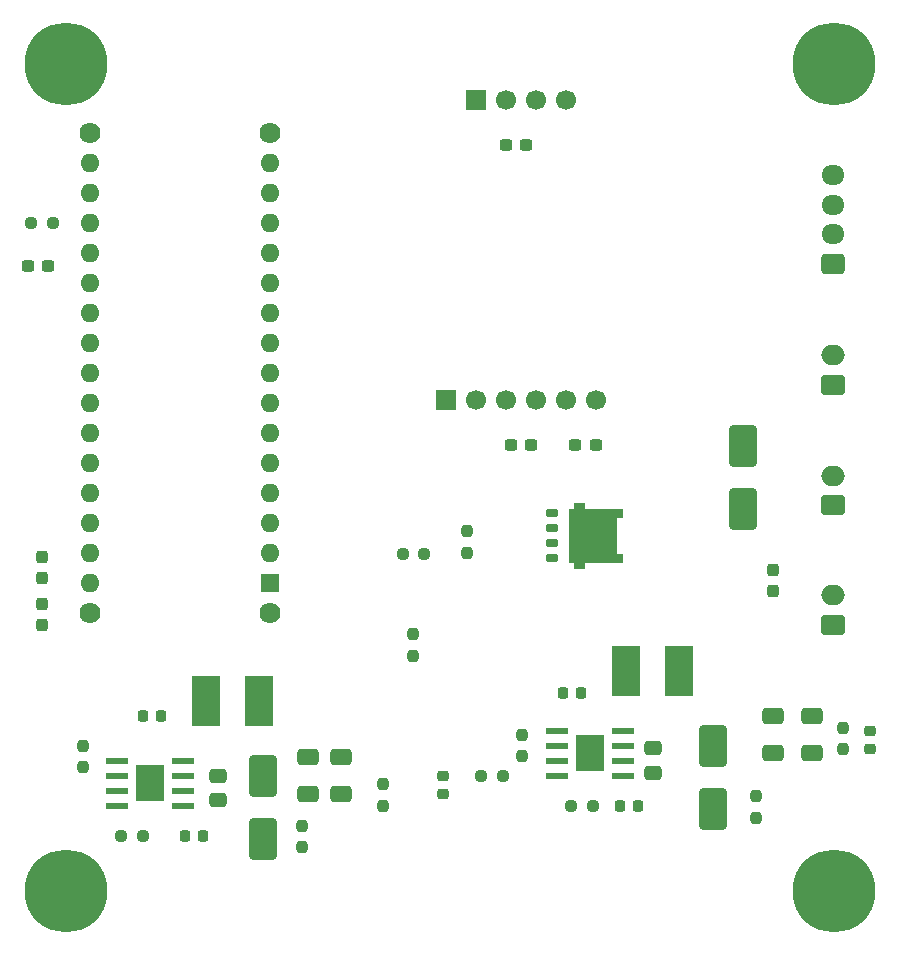
<source format=gbr>
%TF.GenerationSoftware,KiCad,Pcbnew,9.99.0-1132-g883a1f8d97*%
%TF.CreationDate,2025-07-04T12:47:25+02:00*%
%TF.ProjectId,BondheadSteering,426f6e64-6865-4616-9453-74656572696e,1*%
%TF.SameCoordinates,Original*%
%TF.FileFunction,Soldermask,Top*%
%TF.FilePolarity,Negative*%
%FSLAX46Y46*%
G04 Gerber Fmt 4.6, Leading zero omitted, Abs format (unit mm)*
G04 Created by KiCad (PCBNEW 9.99.0-1132-g883a1f8d97) date 2025-07-04 12:47:25*
%MOMM*%
%LPD*%
G01*
G04 APERTURE LIST*
G04 Aperture macros list*
%AMRoundRect*
0 Rectangle with rounded corners*
0 $1 Rounding radius*
0 $2 $3 $4 $5 $6 $7 $8 $9 X,Y pos of 4 corners*
0 Add a 4 corners polygon primitive as box body*
4,1,4,$2,$3,$4,$5,$6,$7,$8,$9,$2,$3,0*
0 Add four circle primitives for the rounded corners*
1,1,$1+$1,$2,$3*
1,1,$1+$1,$4,$5*
1,1,$1+$1,$6,$7*
1,1,$1+$1,$8,$9*
0 Add four rect primitives between the rounded corners*
20,1,$1+$1,$2,$3,$4,$5,0*
20,1,$1+$1,$4,$5,$6,$7,0*
20,1,$1+$1,$6,$7,$8,$9,0*
20,1,$1+$1,$8,$9,$2,$3,0*%
%AMFreePoly0*
4,1,18,-0.697500,2.280000,2.027500,2.280000,2.502500,2.280000,2.502500,1.530000,2.027500,1.530000,2.027500,-1.530000,2.502500,-1.530000,2.502500,-2.280000,-0.697500,-2.280000,-0.697500,-2.775000,-1.602500,-2.775000,-1.602500,-2.280000,-2.027500,-2.280000,-2.027500,2.280000,-1.602500,2.280000,-1.602500,2.775000,-0.697500,2.775000,-0.697500,2.280000,-0.697500,2.280000,$1*%
G04 Aperture macros list end*
%ADD10R,2.400000X4.200000*%
%ADD11RoundRect,0.225000X-0.250000X0.225000X-0.250000X-0.225000X0.250000X-0.225000X0.250000X0.225000X0*%
%ADD12R,1.700000X1.700000*%
%ADD13C,1.700000*%
%ADD14C,1.780000*%
%ADD15R,1.600000X1.600000*%
%ADD16O,1.600000X1.600000*%
%ADD17RoundRect,0.250000X-0.900000X1.500000X-0.900000X-1.500000X0.900000X-1.500000X0.900000X1.500000X0*%
%ADD18RoundRect,0.237500X-0.237500X0.250000X-0.237500X-0.250000X0.237500X-0.250000X0.237500X0.250000X0*%
%ADD19RoundRect,0.225000X-0.225000X-0.250000X0.225000X-0.250000X0.225000X0.250000X-0.225000X0.250000X0*%
%ADD20RoundRect,0.250000X-0.475000X0.337500X-0.475000X-0.337500X0.475000X-0.337500X0.475000X0.337500X0*%
%ADD21RoundRect,0.237500X0.237500X-0.250000X0.237500X0.250000X-0.237500X0.250000X-0.237500X-0.250000X0*%
%ADD22RoundRect,0.237500X0.250000X0.237500X-0.250000X0.237500X-0.250000X-0.237500X0.250000X-0.237500X0*%
%ADD23RoundRect,0.237500X0.300000X0.237500X-0.300000X0.237500X-0.300000X-0.237500X0.300000X-0.237500X0*%
%ADD24RoundRect,0.250000X0.750000X-0.600000X0.750000X0.600000X-0.750000X0.600000X-0.750000X-0.600000X0*%
%ADD25O,2.000000X1.700000*%
%ADD26RoundRect,0.250000X-0.650000X0.412500X-0.650000X-0.412500X0.650000X-0.412500X0.650000X0.412500X0*%
%ADD27RoundRect,0.237500X0.237500X-0.300000X0.237500X0.300000X-0.237500X0.300000X-0.237500X-0.300000X0*%
%ADD28R,1.910000X0.610000*%
%ADD29R,1.205000X1.550000*%
%ADD30C,7.000000*%
%ADD31RoundRect,0.237500X-0.237500X0.300000X-0.237500X-0.300000X0.237500X-0.300000X0.237500X0.300000X0*%
%ADD32RoundRect,0.250000X0.900000X-1.500000X0.900000X1.500000X-0.900000X1.500000X-0.900000X-1.500000X0*%
%ADD33RoundRect,0.250000X0.725000X-0.600000X0.725000X0.600000X-0.725000X0.600000X-0.725000X-0.600000X0*%
%ADD34O,1.950000X1.700000*%
%ADD35RoundRect,0.237500X-0.250000X-0.237500X0.250000X-0.237500X0.250000X0.237500X-0.250000X0.237500X0*%
%ADD36RoundRect,0.237500X-0.237500X0.287500X-0.237500X-0.287500X0.237500X-0.287500X0.237500X0.287500X0*%
%ADD37RoundRect,0.187500X-0.312500X-0.187500X0.312500X-0.187500X0.312500X0.187500X-0.312500X0.187500X0*%
%ADD38FreePoly0,0.000000*%
G04 APERTURE END LIST*
D10*
%TO.C,L3*%
X137450000Y-102870000D03*
X141950000Y-102870000D03*
%TD*%
D11*
%TO.C,C11*%
X121920000Y-111760000D03*
X121920000Y-113310000D03*
%TD*%
D12*
%TO.C,J2*%
X122168824Y-79959956D03*
D13*
X124708824Y-79959956D03*
X127248824Y-79959956D03*
X129788824Y-79959956D03*
X132328824Y-79959956D03*
X134868824Y-79959956D03*
%TD*%
D14*
%TO.C,A1*%
X107240000Y-98000000D03*
X107240000Y-57360000D03*
X92000000Y-98000000D03*
X92000000Y-57360000D03*
D15*
X107240000Y-95460000D03*
D16*
X107240000Y-92920000D03*
X107240000Y-90380000D03*
X107240000Y-87840000D03*
X107240000Y-85300000D03*
X107240000Y-82760000D03*
X107240000Y-80220000D03*
X107240000Y-77680000D03*
X107240000Y-75140000D03*
X107240000Y-72600000D03*
X107240000Y-70060000D03*
X107240000Y-67520000D03*
X107240000Y-64980000D03*
X107240000Y-62440000D03*
X107240000Y-59900000D03*
X92000000Y-59900000D03*
X92000000Y-62440000D03*
X92000000Y-64980000D03*
X92000000Y-67520000D03*
X92000000Y-70060000D03*
X92000000Y-72600000D03*
X92000000Y-75140000D03*
X92000000Y-77680000D03*
X92000000Y-80220000D03*
X92000000Y-82760000D03*
X92000000Y-85300000D03*
X92000000Y-87840000D03*
X92000000Y-90380000D03*
X92000000Y-92920000D03*
X92000000Y-95460000D03*
%TD*%
D17*
%TO.C,D2*%
X144780000Y-109220000D03*
X144780000Y-114620000D03*
%TD*%
D18*
%TO.C,R4*%
X91440000Y-109220000D03*
X91440000Y-111045000D03*
%TD*%
D19*
%TO.C,C7*%
X100050000Y-116840000D03*
X101600000Y-116840000D03*
%TD*%
D20*
%TO.C,C8*%
X102870000Y-111760000D03*
X102870000Y-113835000D03*
%TD*%
D21*
%TO.C,R13*%
X110000000Y-117833900D03*
X110000000Y-116008900D03*
%TD*%
D22*
%TO.C,R6*%
X96520000Y-116840000D03*
X94695000Y-116840000D03*
%TD*%
D23*
%TO.C,C2*%
X129381324Y-83769956D03*
X127656324Y-83769956D03*
%TD*%
D22*
%TO.C,R9*%
X134620000Y-114300000D03*
X132795000Y-114300000D03*
%TD*%
D24*
%TO.C,J1*%
X154940000Y-78660000D03*
D25*
X154940000Y-76160000D03*
%TD*%
D18*
%TO.C,R10*%
X119412500Y-99775000D03*
X119412500Y-101600000D03*
%TD*%
D26*
%TO.C,C10*%
X110500000Y-110196400D03*
X110500000Y-113321400D03*
%TD*%
D24*
%TO.C,J5*%
X154940000Y-88860000D03*
D25*
X154940000Y-86360000D03*
%TD*%
D27*
%TO.C,C6*%
X88000000Y-95000000D03*
X88000000Y-93275000D03*
%TD*%
D28*
%TO.C,U2*%
X131600000Y-107950000D03*
X131600000Y-109220000D03*
X131600000Y-110490000D03*
X131600000Y-111760000D03*
X137160000Y-111760000D03*
X137160000Y-110490000D03*
X137160000Y-109220000D03*
X137160000Y-107950000D03*
D29*
X133777500Y-109080000D03*
X133777500Y-110630000D03*
X134982500Y-109080000D03*
X134982500Y-110630000D03*
%TD*%
D22*
%TO.C,R1*%
X88900000Y-65000000D03*
X87075000Y-65000000D03*
%TD*%
D19*
%TO.C,C9*%
X96520000Y-106680000D03*
X98070000Y-106680000D03*
%TD*%
D22*
%TO.C,R11*%
X127000000Y-111760000D03*
X125175000Y-111760000D03*
%TD*%
D26*
%TO.C,C15*%
X153210000Y-106680000D03*
X153210000Y-109805000D03*
%TD*%
D30*
%TO.C,H2*%
X155000000Y-121521400D03*
%TD*%
D23*
%TO.C,C3*%
X128973824Y-58369956D03*
X127248824Y-58369956D03*
%TD*%
D31*
%TO.C,C5*%
X149860000Y-94387500D03*
X149860000Y-96112500D03*
%TD*%
D21*
%TO.C,R12*%
X148400000Y-115346400D03*
X148400000Y-113521400D03*
%TD*%
D23*
%TO.C,C1*%
X88492500Y-68580000D03*
X86767500Y-68580000D03*
%TD*%
D20*
%TO.C,C13*%
X139700000Y-109452500D03*
X139700000Y-111527500D03*
%TD*%
D32*
%TO.C,D4*%
X147320000Y-89220000D03*
X147320000Y-83820000D03*
%TD*%
D30*
%TO.C,H3*%
X90000000Y-51521400D03*
%TD*%
D28*
%TO.C,U1*%
X94342500Y-110490000D03*
X94342500Y-111760000D03*
X94342500Y-113030000D03*
X94342500Y-114300000D03*
X99902500Y-114300000D03*
X99902500Y-113030000D03*
X99902500Y-111760000D03*
X99902500Y-110490000D03*
D29*
X96520000Y-111620000D03*
X96520000Y-113170000D03*
X97725000Y-111620000D03*
X97725000Y-113170000D03*
%TD*%
D33*
%TO.C,J4*%
X154940000Y-68420000D03*
D34*
X154940000Y-65920000D03*
X154940000Y-63420000D03*
X154940000Y-60920000D03*
%TD*%
D21*
%TO.C,R5*%
X116840000Y-114300000D03*
X116840000Y-112475000D03*
%TD*%
%TO.C,R3*%
X124000000Y-92912500D03*
X124000000Y-91087500D03*
%TD*%
D10*
%TO.C,L2*%
X101890000Y-105410000D03*
X106390000Y-105410000D03*
%TD*%
D24*
%TO.C,J6*%
X154940000Y-98980000D03*
D25*
X154940000Y-96480000D03*
%TD*%
D18*
%TO.C,R7*%
X128627500Y-108307500D03*
X128627500Y-110132500D03*
%TD*%
D35*
%TO.C,R2*%
X118500000Y-93000000D03*
X120325000Y-93000000D03*
%TD*%
D11*
%TO.C,C16*%
X158100000Y-107946400D03*
X158100000Y-109496400D03*
%TD*%
D36*
%TO.C,L1*%
X88000000Y-97250000D03*
X88000000Y-99000000D03*
%TD*%
D30*
%TO.C,H1*%
X90000000Y-121521400D03*
%TD*%
D26*
%TO.C,C17*%
X149860000Y-106680000D03*
X149860000Y-109805000D03*
%TD*%
D23*
%TO.C,C4*%
X134868824Y-83769956D03*
X133143824Y-83769956D03*
%TD*%
D19*
%TO.C,C12*%
X136880000Y-114300000D03*
X138430000Y-114300000D03*
%TD*%
D21*
%TO.C,R8*%
X155800000Y-109533900D03*
X155800000Y-107708900D03*
%TD*%
D19*
%TO.C,C14*%
X132080000Y-104760000D03*
X133630000Y-104760000D03*
%TD*%
D26*
%TO.C,C18*%
X113300000Y-110196400D03*
X113300000Y-113321400D03*
%TD*%
D37*
%TO.C,Q1*%
X131127750Y-89535000D03*
X131127750Y-90805000D03*
X131127750Y-92075000D03*
X131127750Y-93345000D03*
D38*
X134620000Y-91440000D03*
%TD*%
D17*
%TO.C,D3*%
X106680000Y-111760000D03*
X106680000Y-117160000D03*
%TD*%
D30*
%TO.C,H4*%
X155000000Y-51521400D03*
%TD*%
D12*
%TO.C,J3*%
X124708824Y-54559956D03*
D13*
X127248824Y-54559956D03*
X129788824Y-54559956D03*
X132328824Y-54559956D03*
%TD*%
M02*

</source>
